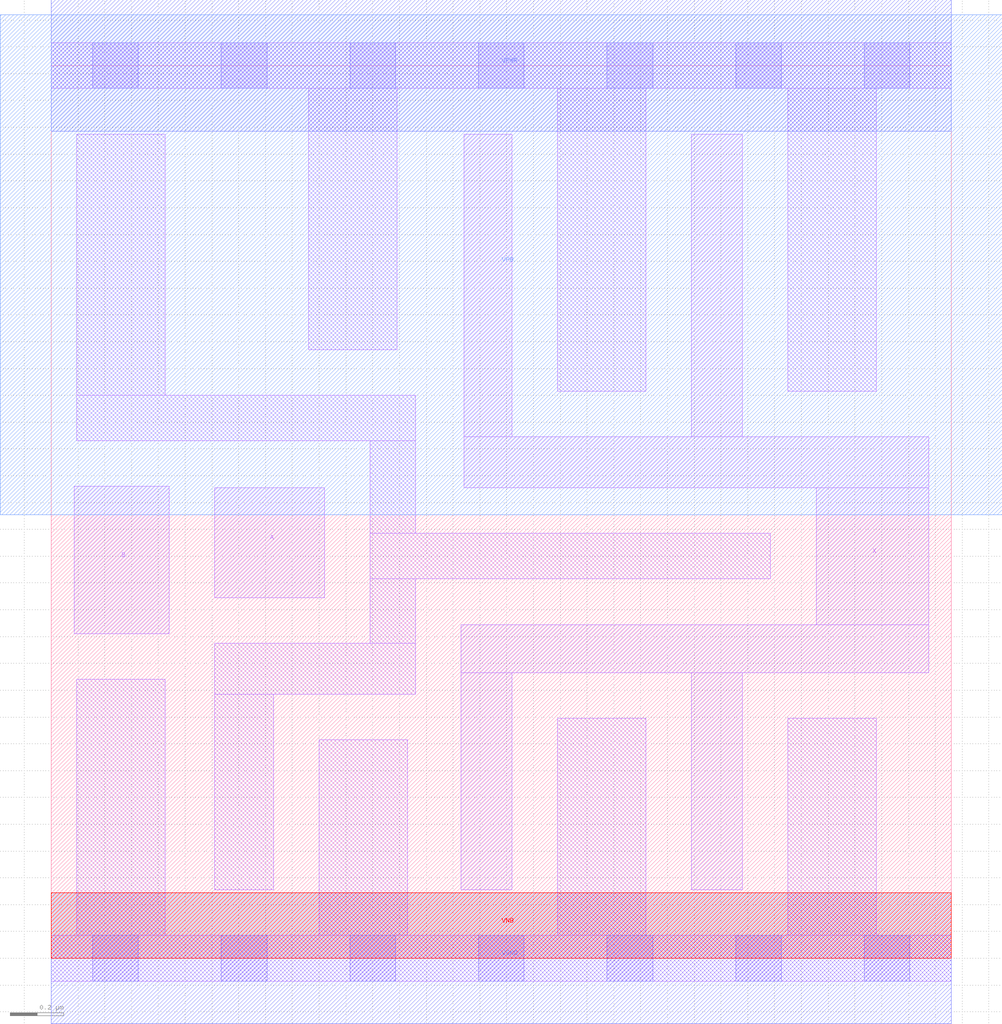
<source format=lef>
# Copyright 2020 The SkyWater PDK Authors
#
# Licensed under the Apache License, Version 2.0 (the "License");
# you may not use this file except in compliance with the License.
# You may obtain a copy of the License at
#
#     https://www.apache.org/licenses/LICENSE-2.0
#
# Unless required by applicable law or agreed to in writing, software
# distributed under the License is distributed on an "AS IS" BASIS,
# WITHOUT WARRANTIES OR CONDITIONS OF ANY KIND, either express or implied.
# See the License for the specific language governing permissions and
# limitations under the License.
#
# SPDX-License-Identifier: Apache-2.0

VERSION 5.7 ;
  NOWIREEXTENSIONATPIN ON ;
  DIVIDERCHAR "/" ;
  BUSBITCHARS "[]" ;
MACRO sky130_fd_sc_lp__or2_4
  CLASS CORE ;
  FOREIGN sky130_fd_sc_lp__or2_4 ;
  ORIGIN  0.000000  0.000000 ;
  SIZE  3.360000 BY  3.330000 ;
  SYMMETRY X Y R90 ;
  SITE unit ;
  PIN A
    ANTENNAGATEAREA  0.315000 ;
    DIRECTION INPUT ;
    USE SIGNAL ;
    PORT
      LAYER li1 ;
        RECT 0.610000 1.345000 1.020000 1.755000 ;
    END
  END A
  PIN B
    ANTENNAGATEAREA  0.315000 ;
    DIRECTION INPUT ;
    USE SIGNAL ;
    PORT
      LAYER li1 ;
        RECT 0.085000 1.210000 0.440000 1.760000 ;
    END
  END B
  PIN X
    ANTENNADIFFAREA  1.176000 ;
    DIRECTION OUTPUT ;
    USE SIGNAL ;
    PORT
      LAYER li1 ;
        RECT 1.530000 0.255000 1.720000 1.065000 ;
        RECT 1.530000 1.065000 3.275000 1.245000 ;
        RECT 1.540000 1.755000 3.275000 1.945000 ;
        RECT 1.540000 1.945000 1.720000 3.075000 ;
        RECT 2.390000 0.255000 2.580000 1.065000 ;
        RECT 2.390000 1.945000 2.580000 3.075000 ;
        RECT 2.855000 1.245000 3.275000 1.755000 ;
    END
  END X
  PIN VGND
    DIRECTION INOUT ;
    USE GROUND ;
    PORT
      LAYER met1 ;
        RECT 0.000000 -0.245000 3.360000 0.245000 ;
    END
  END VGND
  PIN VNB
    DIRECTION INOUT ;
    USE GROUND ;
    PORT
      LAYER pwell ;
        RECT 0.000000 0.000000 3.360000 0.245000 ;
    END
  END VNB
  PIN VPB
    DIRECTION INOUT ;
    USE POWER ;
    PORT
      LAYER nwell ;
        RECT -0.190000 1.655000 3.550000 3.520000 ;
    END
  END VPB
  PIN VPWR
    DIRECTION INOUT ;
    USE POWER ;
    PORT
      LAYER met1 ;
        RECT 0.000000 3.085000 3.360000 3.575000 ;
    END
  END VPWR
  OBS
    LAYER li1 ;
      RECT 0.000000 -0.085000 3.360000 0.085000 ;
      RECT 0.000000  3.245000 3.360000 3.415000 ;
      RECT 0.095000  0.085000 0.425000 1.040000 ;
      RECT 0.095000  1.930000 1.360000 2.100000 ;
      RECT 0.095000  2.100000 0.425000 3.075000 ;
      RECT 0.610000  0.255000 0.830000 0.985000 ;
      RECT 0.610000  0.985000 1.360000 1.175000 ;
      RECT 0.960000  2.270000 1.290000 3.245000 ;
      RECT 1.000000  0.085000 1.330000 0.815000 ;
      RECT 1.190000  1.175000 1.360000 1.415000 ;
      RECT 1.190000  1.415000 2.685000 1.585000 ;
      RECT 1.190000  1.585000 1.360000 1.930000 ;
      RECT 1.890000  0.085000 2.220000 0.895000 ;
      RECT 1.890000  2.115000 2.220000 3.245000 ;
      RECT 2.750000  0.085000 3.080000 0.895000 ;
      RECT 2.750000  2.115000 3.080000 3.245000 ;
    LAYER mcon ;
      RECT 0.155000 -0.085000 0.325000 0.085000 ;
      RECT 0.155000  3.245000 0.325000 3.415000 ;
      RECT 0.635000 -0.085000 0.805000 0.085000 ;
      RECT 0.635000  3.245000 0.805000 3.415000 ;
      RECT 1.115000 -0.085000 1.285000 0.085000 ;
      RECT 1.115000  3.245000 1.285000 3.415000 ;
      RECT 1.595000 -0.085000 1.765000 0.085000 ;
      RECT 1.595000  3.245000 1.765000 3.415000 ;
      RECT 2.075000 -0.085000 2.245000 0.085000 ;
      RECT 2.075000  3.245000 2.245000 3.415000 ;
      RECT 2.555000 -0.085000 2.725000 0.085000 ;
      RECT 2.555000  3.245000 2.725000 3.415000 ;
      RECT 3.035000 -0.085000 3.205000 0.085000 ;
      RECT 3.035000  3.245000 3.205000 3.415000 ;
  END
END sky130_fd_sc_lp__or2_4
END LIBRARY

</source>
